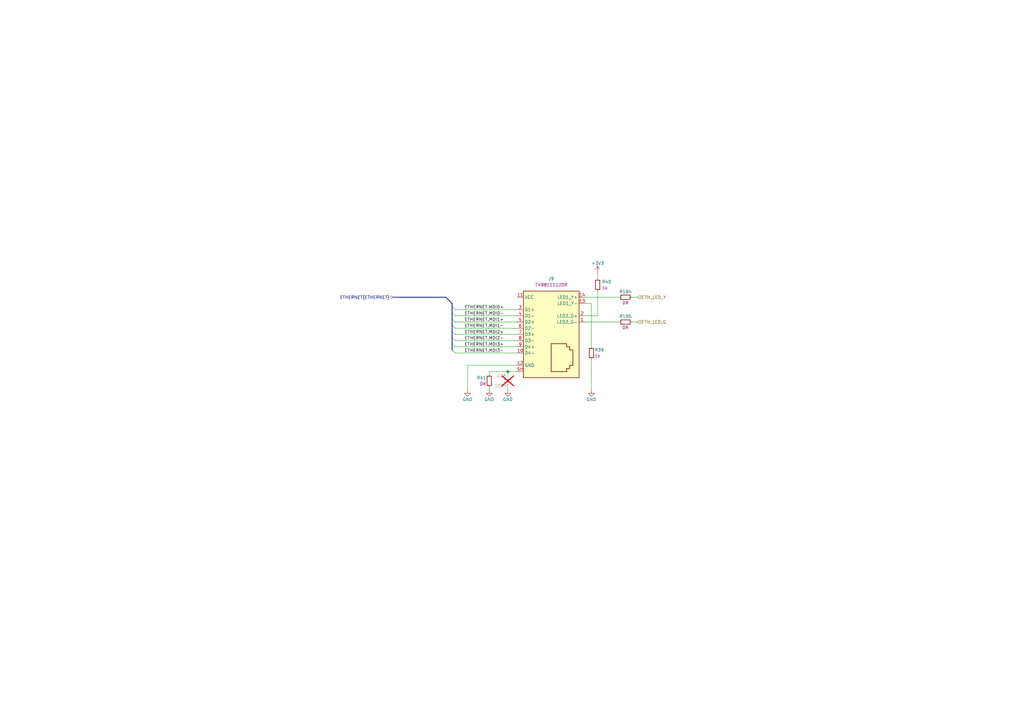
<source format=kicad_sch>
(kicad_sch (version 20250114) (generator "eeschema") (generator_version "9.0")
  (paper "A3")
  (title_block (title "BMC Reference Carrier Board") (date "2025-08-14") (rev "1.0.0"))
  (lib_symbols
    (symbol "antmicroCapacitors0402:C_100n_0402" (pin_numbers (hide yes)) (pin_names (hide yes))
      (property "Reference" "C" (at 20.32 -5.08 0))
      (property "Val" "100n" (at 20.32 -7.62 0))
      (symbol "C_100n_0402_0_1"
        (polyline (pts (xy 2.032 -1.524) (xy 2.032 1.524)) (stroke (width 0.3048)))
        (polyline (pts (xy 3.048 -1.524) (xy 3.048 1.524)) (stroke (width 0.3302)))
      )
      (symbol "C_100n_0402_1_1"
        (pin passive line (at 0 0 0) (length 2.032) (name "~") (number "1"))
        (pin passive line (at 5.08 0 180) (length 2.032) (name "~") (number "2"))
      )
    )
    (symbol "antmicroModularConnectorsJacksWithMagnetics:Bus_RJ45_7498111120R"
      (property "Reference" "J" (at 41.91 0 0))
      (property "MPN" "7498111120R" (at 41.91 -10.16 0))
      (symbol "Bus_RJ45_7498111120R_1_1"
        (rectangle (start 2.54 2.54) (end 25.4 -33.02) (stroke (width 0.254)) (fill (type background)))
        (polyline (pts (xy 13.97 -19.05) (xy 20.32 -19.05)) (stroke (width 0.254)) (fill (type background)))
        (polyline (pts (xy 13.97 -30.48) (xy 13.97 -19.05)) (stroke (width 0.254)) (fill (type background)))
        (polyline (pts (xy 20.32 -19.05) (xy 20.32 -20.32)) (stroke (width 0.254)) (fill (type background)))
        (polyline (pts (xy 20.32 -20.32) (xy 21.59 -20.32)) (stroke (width 0.254)) (fill (type background)))
        (polyline (pts (xy 20.32 -29.21) (xy 21.59 -29.21)) (stroke (width 0.254)) (fill (type background)))
        (polyline (pts (xy 20.32 -30.48) (xy 13.97 -30.48)) (stroke (width 0.254)) (fill (type background)))
        (polyline (pts (xy 20.32 -30.48) (xy 20.32 -29.21)) (stroke (width 0.254)) (fill (type background)))
        (polyline (pts (xy 21.59 -20.32) (xy 21.59 -21.59)) (stroke (width 0.254)) (fill (type background)))
        (polyline (pts (xy 21.59 -21.59) (xy 22.86 -21.59)) (stroke (width 0.254)) (fill (type background)))
        (polyline (pts (xy 21.59 -27.94) (xy 22.86 -27.94)) (stroke (width 0.254)) (fill (type background)))
        (polyline (pts (xy 21.59 -29.21) (xy 21.59 -27.94)) (stroke (width 0.254)) (fill (type background)))
        (polyline (pts (xy 22.86 -21.59) (xy 22.86 -27.94)) (stroke (width 0.254)) (fill (type background)))
        (pin power_in line (at 0 0 0) (length 2.54) (name "VCC") (number "11"))
        (pin bidirectional line (at 0 -5.08 0) (length 2.54) (name "D1+") (number "3"))
        (pin bidirectional line (at 0 -7.62 0) (length 2.54) (name "D1-") (number "4"))
        (pin bidirectional line (at 0 -10.16 0) (length 2.54) (name "D2+") (number "5"))
        (pin bidirectional line (at 0 -12.7 0) (length 2.54) (name "D2-") (number "6"))
        (pin bidirectional line (at 0 -15.24 0) (length 2.54) (name "D3+") (number "7"))
        (pin bidirectional line (at 0 -17.78 0) (length 2.54) (name "D3-") (number "8"))
        (pin bidirectional line (at 0 -20.32 0) (length 2.54) (name "D4+") (number "9"))
        (pin bidirectional line (at 0 -22.86 0) (length 2.54) (name "D4-") (number "10"))
        (pin power_in line (at 0 -27.94 0) (length 2.54) (name "GND") (number "12"))
        (pin passive line (at 0 -30.48 0) (length 2.54) (name "~") (number "SH"))
        (pin passive line (at 27.94 0 180) (length 2.54) (name "LED1_Y+") (number "14"))
        (pin passive line (at 27.94 -2.54 180) (length 2.54) (name "LED1_Y-") (number "13"))
        (pin passive line (at 27.94 -7.62 180) (length 2.54) (name "LED2_G+") (number "2"))
        (pin passive line (at 27.94 -10.16 180) (length 2.54) (name "LED2_G-") (number "1"))
      )
    )
    (symbol "antmicroResistors0402:R_0R_0402" (pin_numbers (hide yes)) (pin_names (hide yes))
      (property "Reference" "R" (at 20.32 -5.08 0))
      (property "Val" "0R" (at 20.32 -7.62 0))
      (symbol "R_0R_0402_0_1"
        (rectangle (start 0.635 0.889) (end 4.445 -0.889) (stroke (width 0.254)))
      )
      (symbol "R_0R_0402_1_1"
        (pin passive line (at 0 0 0) (length 0.635) (name "~") (number "1"))
        (pin passive line (at 5.08 0 180) (length 0.635) (name "~") (number "2"))
      )
    )
    (symbol "antmicroResistors0402:R_1k_0402" (pin_numbers (hide yes)) (pin_names (hide yes))
      (property "Reference" "R" (at 20.32 -5.08 0))
      (property "Val" "1k" (at 20.32 -7.62 0))
      (symbol "R_1k_0402_0_1"
        (rectangle (start 0.635 0.889) (end 4.445 -0.889) (stroke (width 0.254)))
      )
      (symbol "R_1k_0402_1_1"
        (pin passive line (at 0 0 0) (length 0.635) (name "~") (number "1"))
        (pin passive line (at 5.08 0 180) (length 0.635) (name "~") (number "2"))
      )
    )
    (symbol "antmicropower:+3V3" (power) (pin_numbers (hide yes)) (pin_names (hide yes))
      (property "Value" "+3V3" (at -3.175 2.54 0))
      (symbol "+3V3_0_1"
        (polyline (pts (xy 0 2.54) (xy -0.762 1.27)))
        (polyline (pts (xy 0 2.54) (xy 0.762 1.27)))
        (polyline (pts (xy 0 0) (xy 0 2.54)))
      )
      (symbol "+3V3_1_1"
        (pin power_in line (at 0 0 90) (length 0) (hide yes) (name "+3V3") (number "1"))
      )
    )
    (symbol "antmicropower:GND" (power) (pin_numbers (hide yes)) (pin_names (hide yes))
      (property "Value" "GND" (at 8.89 -5.08 0))
      (symbol "GND_1_1"
        (polyline (pts (xy 0 0) (xy 0 -1.27) (xy 1.27 -1.27) (xy 0 -2.54) (xy -1.27 -1.27) (xy 0 -1.27)))
        (pin power_in line (at 0 0 270) (length 0) (name "GND") (number "1"))
      )
    )
  )
  (junction (at 208.28 152.4))
  (bus_entry (at 185.42 125.73) (size 1.27 1.27))
  (bus_entry (at 185.42 135.89) (size 1.27 1.27))
  (bus_entry (at 185.42 130.81) (size 1.27 1.27))
  (bus_entry (at 185.42 138.43) (size 1.27 1.27))
  (bus_entry (at 185.42 140.97) (size 1.27 1.27))
  (bus_entry (at 185.42 133.35) (size 1.27 1.27))
  (bus_entry (at 185.42 143.51) (size 1.27 1.27))
  (bus_entry (at 185.42 128.27) (size 1.27 1.27))
  (wire (pts (xy 208.28 152.4) (xy 208.28 153.67)))
  (bus (pts (xy 185.42 128.27) (xy 185.42 130.81)))
  (wire (pts (xy 186.69 134.62) (xy 212.09 134.62)))
  (bus (pts (xy 182.88 121.92) (xy 185.42 124.46)))
  (wire (pts (xy 242.57 147.32) (xy 242.57 160.02)))
  (bus (pts (xy 185.42 133.35) (xy 185.42 135.89)))
  (wire (pts (xy 240.03 124.46) (xy 242.57 124.46)))
  (bus (pts (xy 161.29 121.92) (xy 182.88 121.92)))
  (wire (pts (xy 245.11 119.38) (xy 245.11 129.54)))
  (wire (pts (xy 186.69 129.54) (xy 212.09 129.54)))
  (wire (pts (xy 259.08 132.08) (xy 261.62 132.08)))
  (wire (pts (xy 200.66 153.67) (xy 200.66 152.4)))
  (wire (pts (xy 200.66 152.4) (xy 208.28 152.4)))
  (bus (pts (xy 185.42 140.97) (xy 185.42 143.51)))
  (bus (pts (xy 185.42 125.73) (xy 185.42 128.27)))
  (wire (pts (xy 240.03 132.08) (xy 254 132.08)))
  (bus (pts (xy 185.42 138.43) (xy 185.42 140.97)))
  (wire (pts (xy 186.69 142.24) (xy 212.09 142.24)))
  (wire (pts (xy 208.28 158.75) (xy 208.28 160.02)))
  (wire (pts (xy 212.09 152.4) (xy 208.28 152.4)))
  (wire (pts (xy 186.69 132.08) (xy 212.09 132.08)))
  (bus (pts (xy 185.42 135.89) (xy 185.42 138.43)))
  (wire (pts (xy 186.69 137.16) (xy 212.09 137.16)))
  (wire (pts (xy 212.09 149.86) (xy 191.77 149.86)))
  (wire (pts (xy 242.57 124.46) (xy 242.57 142.24)))
  (wire (pts (xy 200.66 158.75) (xy 200.66 160.02)))
  (wire (pts (xy 186.69 144.78) (xy 212.09 144.78)))
  (wire (pts (xy 259.08 121.92) (xy 261.62 121.92)))
  (wire (pts (xy 245.11 111.76) (xy 245.11 114.3)))
  (wire (pts (xy 186.69 127) (xy 212.09 127)))
  (wire (pts (xy 240.03 129.54) (xy 245.11 129.54)))
  (wire (pts (xy 191.77 149.86) (xy 191.77 160.02)))
  (bus (pts (xy 185.42 130.81) (xy 185.42 133.35)))
  (bus (pts (xy 185.42 124.46) (xy 185.42 125.73)))
  (wire (pts (xy 186.69 139.7) (xy 212.09 139.7)))
  (wire (pts (xy 240.03 121.92) (xy 254 121.92)))
  (label "ETHERNET.MDI0-" (at 190.5 129.54 0))
  (label "ETHERNET.MDI1+" (at 190.5 132.08 0))
  (label "ETHERNET.MDI3-" (at 190.5 144.78 0))
  (label "ETHERNET.MDI0+" (at 190.5 127 0))
  (label "ETHERNET.MDI2+" (at 190.5 137.16 0))
  (label "ETHERNET.MDI3+" (at 190.5 142.24 0))
  (label "ETHERNET.MDI1-" (at 190.5 134.62 0))
  (label "ETHERNET.MDI2-" (at 190.5 139.7 0))
  (hierarchical_label "ETH_LED_Y" (shape input) (at 261.62 121.92 0))
  (hierarchical_label "ETHERNET{ETHERNET}" (shape bidirectional) (at 161.29 121.92 180))
  (hierarchical_label "ETH_LED_G" (shape input) (at 261.62 132.08 0))
  (symbol (lib_id "antmicroModularConnectorsJacksWithMagnetics:Bus_RJ45_7498111120R") (at 212.09 121.92 0) (unit 1)
    (property "Reference" "J9" (at 226.06 114.3 0))
    (property "Value" "Bus_RJ45_7498111120R" (effects (hide yes)))
    (property "Footprint" "antmicro-footprints:Bus_RJ45_7498111120R" (effects (hide yes)))
    (property "Datasheet" "https://mm.digikey.com/Volume0/opasdata/d220001/medias/docus/407/7498111120R.pdf" (effects (hide yes)))
    (property "Description" "Modular Connector, RJ45 Jack, 1 x 1 (Port), Surface Mount" (effects (hide yes)))
    (property "MPN" "7498111120R" (at 226.06 116.84 0))
    (property "Manufacturer" "Würth Elektronik" (effects (hide yes)))
    (property "Author" "Antmicro" (effects (hide yes)))
    (property "License" "Apache-2.0" (effects (hide yes)))
  )
  (symbol (lib_id "antmicropower:GND") (at 200.66 160.02 0) (mirror y) (unit 1)
    (property "Reference" "#PWR053" (effects (hide yes)))
    (property "Value" "GND" (at 200.66 163.83 0))
    (property "Author" "Antmicro" (effects (hide yes)))
    (property "License" "Apache-2.0" (effects (hide yes)))
  )
  (symbol (lib_id "antmicropower:GND") (at 208.28 160.02 0) (mirror y) (unit 1)
    (property "Reference" "#PWR052" (effects (hide yes)))
    (property "Value" "GND" (at 208.28 163.83 0))
    (property "Author" "Antmicro" (effects (hide yes)))
    (property "License" "Apache-2.0" (effects (hide yes)))
  )
  (symbol (lib_id "antmicroCapacitors0402:C_100n_0402") (at 208.28 158.75 270) (mirror x) (unit 1) (in_bom no) (dnp yes)
    (property "Reference" "C26" (at 207.772 154.178 90) (effects (justify right)))
    (property "Value" "C_100n_0402" (effects (hide yes)))
    (property "Footprint" "antmicro-footprints:C_0402_1005Metric" (effects (hide yes)))
    (property "Datasheet" "https://www.murata.com/products/productdetail?partno=GRM155R61H104KE14%23" (effects (hide yes)))
    (property "Description" "SMD Multilayer Ceramic Capacitor, 0.1 µF, 50 V, 0402 [1005 Metric], ± 10%, X5R, GRM Series" (effects (hide yes)))
    (property "MPN" "GRM155R61H104KE14D" (effects (hide yes)))
    (property "Manufacturer" "Murata" (effects (hide yes)))
    (property "License" "Apache-2.0" (effects (hide yes)))
    (property "Author" "Antmicro" (effects (hide yes)))
    (property "Val" "100n" (at 207.772 158.242 90) (effects (justify right)))
    (property "Voltage" "50V" (effects (hide yes)))
    (property "Dielectric" "X5R" (effects (hide yes)))
  )
  (symbol (lib_id "antmicropower:GND") (at 242.57 160.02 0) (mirror y) (unit 1)
    (property "Reference" "#PWR0203" (effects (hide yes)))
    (property "Value" "GND" (at 242.57 163.83 0))
    (property "Author" "Antmicro" (effects (hide yes)))
    (property "License" "Apache-2.0" (effects (hide yes)))
  )
  (symbol (lib_id "antmicropower:GND") (at 191.77 160.02 0) (mirror y) (unit 1)
    (property "Reference" "#PWR051" (effects (hide yes)))
    (property "Value" "GND" (at 191.77 163.83 0))
    (property "Author" "Antmicro" (effects (hide yes)))
    (property "License" "Apache-2.0" (effects (hide yes)))
  )
  (symbol (lib_id "antmicroResistors0402:R_0R_0402") (at 200.66 153.67 90) (mirror x) (unit 1)
    (property "Reference" "R41" (at 199.39 154.94 90) (effects (justify left)))
    (property "Value" "R_0R_0402" (effects (hide yes)))
    (property "Footprint" "antmicro-footprints:R_0402_1005Metric" (effects (hide yes)))
    (property "Datasheet" "https://industrial.panasonic.com/cdbs/www-data/pdf/RDA0000/AOA0000C301.pdf" (effects (hide yes)))
    (property "Description" "SMD Chip Resistor, Jumper, 0 ohm, 100 mW, 0402 [1005 Metric], Thick Film, General Purpose" (effects (hide yes)))
    (property "MPN" "ERJ2GE0R00X" (effects (hide yes)))
    (property "Manufacturer" "Panasonic" (effects (hide yes)))
    (property "License" "Apache-2.0" (effects (hide yes)))
    (property "Author" "Antmicro" (effects (hide yes)))
    (property "Val" "0R" (at 199.39 157.48 90) (effects (justify left)))
    (property "Current" "1A" (effects (hide yes)))
  )
  (symbol (lib_id "antmicroResistors0402:R_1k_0402") (at 242.57 147.32 90) (unit 1)
    (property "Reference" "R39" (at 243.84 143.51 90) (effects (justify right)))
    (property "Value" "R_1k_0402" (effects (hide yes)))
    (property "Footprint" "antmicro-footprints:R_0402_1005Metric" (effects (hide yes)))
    (property "Datasheet" "https://www.bourns.com/docs/product-datasheets/cr.pdf" (effects (hide yes)))
    (property "Description" "SMD Chip Resistor, 1 kohm, ± 1%, 63 mW, 0402 [1005 Metric], Thick Film, General Purpose" (effects (hide yes)))
    (property "MPN" "CR0402-FX-1001GLF" (effects (hide yes)))
    (property "Manufacturer" "Bourns" (effects (hide yes)))
    (property "License" "Apache-2.0" (effects (hide yes)))
    (property "Author" "Antmicro" (effects (hide yes)))
    (property "Val" "1k" (at 243.84 146.05 90) (effects (justify right)))
    (property "Tolerance" "1%" (effects (hide yes)))
  )
  (symbol (lib_id "antmicroResistors0402:R_0R_0402") (at 254 121.92 0) (unit 1)
    (property "Reference" "R194" (at 256.54 119.634 0))
    (property "Value" "R_0R_0402" (effects (hide yes)))
    (property "Footprint" "antmicro-footprints:R_0402_1005Metric" (effects (hide yes)))
    (property "Datasheet" "https://industrial.panasonic.com/cdbs/www-data/pdf/RDA0000/AOA0000C301.pdf" (effects (hide yes)))
    (property "Description" "SMD Chip Resistor, Jumper, 0 ohm, 100 mW, 0402 [1005 Metric], Thick Film, General Purpose" (effects (hide yes)))
    (property "MPN" "ERJ2GE0R00X" (effects (hide yes)))
    (property "Manufacturer" "Panasonic" (effects (hide yes)))
    (property "License" "Apache-2.0" (effects (hide yes)))
    (property "Author" "Antmicro" (effects (hide yes)))
    (property "Val" "0R" (at 256.54 124.206 0))
    (property "Current" "1A" (effects (hide yes)))
  )
  (symbol (lib_id "antmicropower:+3V3") (at 245.11 111.76 0) (unit 1)
    (property "Reference" "#PWR0204" (effects (hide yes)))
    (property "Value" "+3V3" (at 245.11 107.95 0))
    (property "Author" "Antmicro" (effects (hide yes)))
    (property "License" "Apache-2.0" (effects (hide yes)))
  )
  (symbol (lib_id "antmicroResistors0402:R_1k_0402") (at 245.11 119.38 90) (unit 1)
    (property "Reference" "R40" (at 246.888 115.57 90) (effects (justify right)))
    (property "Value" "R_1k_0402" (effects (hide yes)))
    (property "Footprint" "antmicro-footprints:R_0402_1005Metric" (effects (hide yes)))
    (property "Datasheet" "https://www.bourns.com/docs/product-datasheets/cr.pdf" (effects (hide yes)))
    (property "Description" "SMD Chip Resistor, 1 kohm, ± 1%, 63 mW, 0402 [1005 Metric], Thick Film, General Purpose" (effects (hide yes)))
    (property "MPN" "CR0402-FX-1001GLF" (effects (hide yes)))
    (property "Manufacturer" "Bourns" (effects (hide yes)))
    (property "License" "Apache-2.0" (effects (hide yes)))
    (property "Author" "Antmicro" (effects (hide yes)))
    (property "Val" "1k" (at 246.888 118.11 90) (effects (justify right)))
    (property "Tolerance" "1%" (effects (hide yes)))
  )
  (symbol (lib_id "antmicroResistors0402:R_0R_0402") (at 254 132.08 0) (unit 1)
    (property "Reference" "R195" (at 256.54 129.794 0))
    (property "Value" "R_0R_0402" (effects (hide yes)))
    (property "Footprint" "antmicro-footprints:R_0402_1005Metric" (effects (hide yes)))
    (property "Datasheet" "https://industrial.panasonic.com/cdbs/www-data/pdf/RDA0000/AOA0000C301.pdf" (effects (hide yes)))
    (property "Description" "SMD Chip Resistor, Jumper, 0 ohm, 100 mW, 0402 [1005 Metric], Thick Film, General Purpose" (effects (hide yes)))
    (property "MPN" "ERJ2GE0R00X" (effects (hide yes)))
    (property "Manufacturer" "Panasonic" (effects (hide yes)))
    (property "License" "Apache-2.0" (effects (hide yes)))
    (property "Author" "Antmicro" (effects (hide yes)))
    (property "Val" "0R" (at 256.54 134.366 0))
    (property "Current" "1A" (effects (hide yes)))
  )
)
</source>
